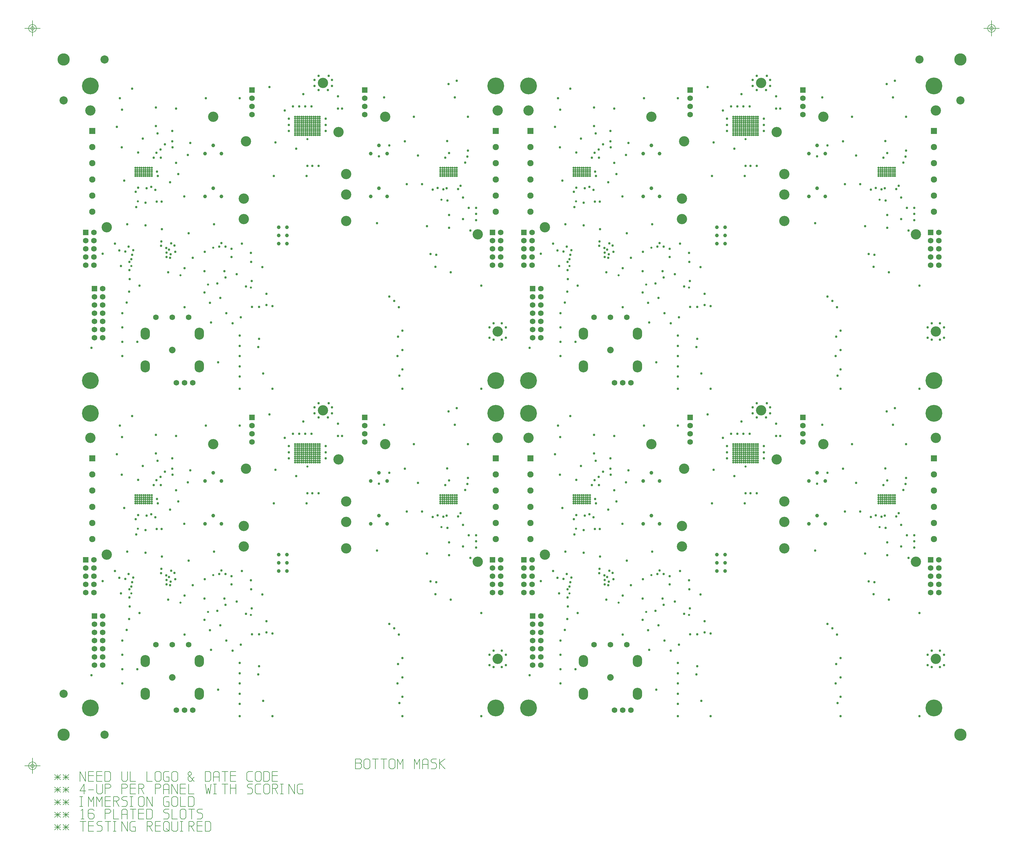
<source format=gbr>
*%FSLAX24Y24*%
%MOIN*%
%IPPOS*%
%ADD10C,0.2X0.158*%
%ADD11C,0.024*%
%ADD12C,0.063*%
%ADD13R,0.063X0.063*%
%ADD14C,0.07*%
%ADD15R,0.07X0.07*%
%ADD16C,0.12*%
%ADD17R,0.0374X0.0516*%
%ADD18C,0.08*%
%ADD19R,0.0516X0.0374*%
%ADD20R,0.0406X0.0744*%
%ADD21R,0.028X0.0146*%
%ADD22R,0.076X0.0189*%
%ADD23C,0.02*%
%ADD24R,0.0839X0.0303*%
%ADD25R,0.2165X0.1142*%
%ADD26R,0.0158X0.0575*%
%ADD27R,0.026X0.0516*%
%ADD28R,0.1638X0.0835*%
%ADD29O,0.11X0.141*%
%ADD30C,0.062*%
%ADD31R,0.0476X0.0697*%
%ADD32C,0.074X0.066*%
%ADD33R,0.0516X0.026*%
%ADD34R,0.0594X0.0161*%
%ADD35C,0.04*%
%ADD36R,0.0516X0.0161*%
%ADD37R,0.0299X0.0535*%
%ADD38R,0.0535X0.0299*%
%ADD39R,0.0303X0.0362*%
%ADD40R,0.061X0.1382*%
%ADD41R,0.0402X0.0406*%
%ADD42R,0.083X0.079*%
%ADD43R,0.016X0.053*%
%ADD44R,0.063X0.075*%
%ADD45R,0.3555X0.3173*%
%ADD46R,0.0362X0.0697*%
%ADD47C,0.01*%
%ADD48C,0.02*%
%ADD49C,0.03*%
%ADD50C,0.05*%
%ADD51C,0.015*%
%ADD52C,0.025*%
%ADD53C,0.016*%
%ADD54C,0.018*%
%ADD55C,0.075*%
%ADD56C,0.1*%
%ADD57C,0.007*%
%ADD58C,0.008*%
%ADD59C,0.039*%
%ADD60C,0.22*%
%ADD61C,0.036*%
%AMD62*
1,1,0.09,0.0,0.0*
1,0,0.07,0.0,0.0*
20,0,0.015,0.0337,-0.0337,-0.0337,0.0337,0.0*
20,0,0.015,-0.0337,-0.0337,0.0337,0.0337,0.0*%
%ADD62D62*%
G04:---LTIenv:A062:5,0.09,0.015,0.07,4,45.0 *
%ADD63C,0.04*%
%AMD64*
1,1,0.082,0.0,0.0*
1,0,0.062,0.0,0.0*
20,0,0.015,0.0308,-0.0308,-0.0308,0.0308,0.0*
20,0,0.015,-0.0308,-0.0308,0.0308,0.0308,0.0*%
%ADD64D64*%
G04:---LTIenv:A064:5,0.082,0.015,0.062,4,45.0 *
%ADD65C,0.15*%
%ADD66C,0.05*%
%ADD67R,0.25X0.25*%
%ADD68C,0.1*%
%AMD69*
1,1,0.1,0.0,0.0*
1,0,0.0875,0.0,0.0*
1,1,0.05,0.0,0.0*
1,0,0.0375,0.0,0.0*
20,1,0.0062,0.0,-0.0969,0.0,0.0969,0.0*
20,1,0.0062,-0.0969,0.0,0.0969,0.0,0.0*%
%ADD69D69*%
G04:---LTIenv:A069:6,0.2,6 *
%ADD100C,0.04*%
%ADD101C,0.062*%
%ADD104C,0.02*%
%ADD105C,0.01*%
%ADD106C,0.02*%
%ADD107C,0.03*%
%ADD108C,0.05*%
%ADD109C,0.1*%
%ADD110C,0.026*%
%ADD117C,0.026*%
%ADD118R,0.042X0.076*%
%ADD119R,0.362X0.323*%
%ADD120C,0.08*%
%ADD121C,0.056*%
%ADD122C,0.085*%
%ADD123C,0.078*%
%ADD124C,0.094*%
%AMD125*
1,1,0.084,0.0,0.0*
1,0,0.064,0.0,0.0*
20,0,0.015,0.0315,-0.0315,-0.0315,0.0315,0.0*
20,0,0.015,-0.0315,-0.0315,0.0315,0.0315,0.0*%
%ADD125D125*%
G04:---LTIenv:A125:5,0.084,0.015,0.064,4,45.0 *
%ADD126O,0.125X0.154*%
%ADD127R,0.069X0.081*%
%ADD128C,0.135*%
%ADD131C,0.068*%
%ADD132C,0.046*%
%ADD135C,0.126*%
%ADD136R,0.076X0.076*%
%ADD137C,0.076*%
%ADD138R,0.069X0.069*%
%ADD139C,0.069*%
%ADD140C,0.03*%
%ADD141C,0.206*%
%ADD142R,0.02X0.057*%
%ADD143R,0.089X0.085*%
%ADD144R,0.046X0.047*%
%ADD145R,0.067X0.144*%
%ADD146R,0.036X0.042*%
%ADD147R,0.06X0.036*%
%ADD148R,0.036X0.06*%
%ADD149R,0.056X0.02*%
%ADD150C,0.046*%
%ADD151R,0.063X0.02*%
%ADD152R,0.058X0.032*%
%ADD153C,0.08*%
%ADD154R,0.054X0.076*%
%ADD155C,0.068*%
%ADD156O,0.116X0.147*%
%ADD157R,0.17X0.09*%
%ADD158R,0.032X0.058*%
%ADD159R,0.02X0.062*%
%ADD160R,0.223X0.12*%
%ADD161R,0.087X0.0325*%
%ADD162R,0.078X0.02*%
%ADD163R,0.034X0.021*%
%ADD164R,0.047X0.08*%
%ADD165R,0.058X0.043*%
%ADD166C,0.086*%
%ADD167R,0.043X0.058*%
%ADD168C,0.126*%
%ADD169R,0.076X0.076*%
%ADD170C,0.076*%
%ADD171R,0.069X0.069*%
%ADD172C,0.069*%
%ADD173C,0.03*%
%ADD174C,0.206*%
%ADD200C,0.002*%
%ADD901C,0.01*%
G04:---LTIenv:A901:15,0.01,1 *
%ADD902C,0.013*%
G04:---LTIenv:A902:15,0.013,2 *
%ADD903C,0.028*%
G04:---LTIenv:A903:15,0.028,3 *
%ADD904C,0.042*%
G04:---LTIenv:A904:15,0.042,4 *
%ADD905C,0.044*%
G04:---LTIenv:A905:15,0.044,5 *
%ADD906C,0.05*%
G04:---LTIenv:A906:15,0.05,6 *
%ADD907C,0.067*%
G04:---LTIenv:A907:15,0.067,7 *
%ADD908C,0.064*%
G04:---LTIenv:A908:15,0.064,8 *
%ADD909C,0.156*%
G04:---LTIenv:A909:15,0.156,9 *
%ADD910C,0.07*%
G04:---LTIenv:A910:15,0.07,10 *
%ADD911C,0.125*%
G04:---LTIenv:A911:15,0.125,11 *

%LPD*%
D58*X151Y-3615D2*X869Y-4266D1*X151D2*X869Y-3615D1*X151Y-3945D2*X869D1*X510Y-4266D2*Y-3615D1*X1172D2*X1890Y-4266D1*X1172D2*X1890Y-3615D1*X1172Y-3945D2*X1890D1*X1531Y-4266D2*Y-3615D1*X3931Y-3246D2*Y-4446D1*X3241Y-3246*Y-4446*X4271Y-3756D2*X4932D1*Y-3246D2*X4271D1*Y-4446*X4932*X5291Y-3756D2*X5953D1*Y-3246D2*X5291D1*Y-4446*X5953*X6803D2*X6983Y-4266D1*Y-3435*X6803Y-3246*X6293*Y-4446*X6803*X9061Y-3246D2*Y-4266D1*X8882Y-4446*X8523*X8343Y-4266*Y-3246*X10035Y-4446D2*X9383D1*Y-3246*X12076Y-4446D2*X11424D1*Y-3246*X12416Y-3435D2*Y-4266D1*X12595Y-4446*X12954*X13134Y-4266*Y-3435*X12954Y-3246*X12595*X12416Y-3435*X13776Y-3907D2*X14107D1*Y-4446*X13625*X13446Y-4266*Y-3435*X13625Y-3246*X14107*X14457Y-3435D2*Y-4266D1*X14636Y-4446*X14995*X15175Y-4266*Y-3435*X14995Y-3246*X14636*X14457Y-3435*X17169Y-4446D2*X16450Y-3615D1*Y-3435*X16649Y-3246*X16838Y-3435*Y-3615*X16450Y-3907*Y-4266*X16630Y-4446*X16809*X16989Y-4304*Y-4125*X17169Y-3945*X19049Y-4446D2*X19228Y-4266D1*Y-3435*X19049Y-3246*X18539*Y-4446*X19049*X19559Y-3907D2*X20249D1*Y-4446D2*Y-3435D1*X20069Y-3246*X19739*X19559Y-3435*Y-4446*X20957D2*Y-3246D1*X20598D2*X21317D1*X21619Y-3756D2*X22280D1*Y-3246D2*X21619D1*Y-4446*X22280*X24340D2*X23802D1*X23622Y-4266*Y-3435*X23802Y-3246*X24340*X24661Y-3435D2*Y-4266D1*X24841Y-4446*X25200*X25380Y-4266*Y-3435*X25200Y-3246*X24841*X24661Y-3435*X26192Y-4446D2*X26372Y-4266D1*Y-3435*X26192Y-3246*X25682*Y-4446*X26192*X26721Y-3756D2*X27383D1*Y-3246D2*X26721D1*Y-4446*X27383*X151Y-5145D2*X869Y-5797D1*X151D2*X869Y-5145D1*X151Y-5476D2*X869D1*X510Y-5797D2*Y-5145D1*X1172D2*X1890Y-5797D1*X1172D2*X1890Y-5145D1*X1172Y-5476D2*X1890D1*X1531Y-5797D2*Y-5145D1*X3940Y-5618D2*X3250D1*X3761Y-4777*Y-5977*X4271Y-5476D2*X4932D1*X6000Y-4777D2*Y-5797D1*X5820Y-5977*X5461*X5282Y-5797*Y-4777*X6312Y-5287D2*X6822D1*X7002Y-5107*Y-4966*X6822Y-4777*X6312*Y-5977*X8353Y-5287D2*X8863D1*X9043Y-5107*Y-4966*X8863Y-4777*X8353*Y-5977*X9373Y-5287D2*X10035D1*Y-4777D2*X9373D1*Y-5977*X10035*X10706Y-5325D2*X11065Y-5977D1*X10413Y-5325D2*X10885D1*X11065Y-5145*Y-4966*X10885Y-4777*X10413*Y-5977*X12435Y-5287D2*X12945D1*X13124Y-5107*Y-4966*X12945Y-4777*X12435*Y-5977*X13436Y-5438D2*X14126D1*Y-5977D2*Y-4966D1*X13946Y-4777*X13616*X13436Y-4966*Y-5977*X15156Y-4777D2*Y-5977D1*X14466Y-4777*Y-5977*X15496Y-5287D2*X16157D1*Y-4777D2*X15496D1*Y-5977*X16157*X17178D2*X16526D1*Y-4777*X19247D2*X19096Y-5977D1*X18917Y-5259*X18737Y-5977*X18557Y-4777*X19550Y-5977D2*X19909D1*X19729D2*Y-4777D1*X19550D2*X19909D1*X20957Y-5977D2*Y-4777D1*X20598D2*X21317D1*X21600Y-5287D2*X22290D1*Y-5977D2*Y-4777D1*X21600Y-5977D2*Y-4777D1*X23669Y-5977D2*X24151D1*X24331Y-5797*Y-5438*X24151Y-5259*X23849*X23669Y-5079*Y-4966*X23849Y-4777*X24331*X25361Y-5977D2*X24822D1*X24643Y-5797*Y-4966*X24822Y-4777*X25361*X25682Y-4966D2*Y-5797D1*X25861Y-5977*X26220*X26400Y-5797*Y-4966*X26220Y-4777*X25861*X25682Y-4966*X27033Y-5325D2*X27392Y-5977D1*X26740Y-5325D2*X27213D1*X27392Y-5145*Y-4966*X27213Y-4777*X26740*Y-5977*X27713D2*X28072D1*X27893D2*Y-4777D1*X27713D2*X28072D1*X29443D2*Y-5977D1*X28753Y-4777*Y-5977*X30104Y-5438D2*X30435D1*Y-5977*X29953*X29773Y-5797*Y-4966*X29953Y-4777*X30435*X151Y-6676D2*X869Y-7328D1*X151D2*X869Y-6676D1*X151Y-7007D2*X869D1*X510Y-7328D2*Y-6676D1*X1172D2*X1890Y-7328D1*X1172D2*X1890Y-6676D1*X1172Y-7007D2*X1890D1*X1531Y-7328D2*Y-6676D1*X3222Y-7507D2*X3581D1*X3402D2*Y-6307D1*X3222D2*X3581D1*X4932Y-7507D2*Y-6307D1*X4602Y-6969*X4271Y-6307*Y-7507*X5953D2*Y-6307D1*X5622Y-6969*X5291Y-6307*Y-7507*X6312Y-6818D2*X6973D1*Y-6307D2*X6312D1*Y-7507*X6973*X7644Y-6855D2*X8003Y-7507D1*X7351Y-6855D2*X7824D1*X8003Y-6676*Y-6496*X7824Y-6307*X7351*Y-7507*X8362D2*X8844D1*X9024Y-7328*Y-6969*X8844Y-6789*X8542*X8362Y-6610*Y-6496*X8542Y-6307*X9024*X9345Y-7507D2*X9704D1*X9524D2*Y-6307D1*X9345D2*X9704D1*X10375Y-6496D2*Y-7328D1*X10554Y-7507*X10913*X11093Y-7328*Y-6496*X10913Y-6307*X10554*X10375Y-6496*X12094Y-6307D2*Y-7507D1*X11405Y-6307*Y-7507*X13776Y-6969D2*X14107D1*Y-7507*X13625*X13446Y-7328*Y-6496*X13625Y-6307*X14107*X14457Y-6496D2*Y-7328D1*X14636Y-7507*X14995*X15175Y-7328*Y-6496*X14995Y-6307*X14636*X14457Y-6496*X16157Y-7507D2*X15506D1*Y-6307*X17008Y-7507D2*X17187Y-7328D1*Y-6496*X17008Y-6307*X16498*Y-7507*X17008*X151Y-8207D2*X869Y-8859D1*X151D2*X869Y-8207D1*X151Y-8537D2*X869D1*X510Y-8859D2*Y-8207D1*X1172D2*X1890Y-8859D1*X1172D2*X1890Y-8207D1*X1172Y-8537D2*X1890D1*X1531Y-8859D2*Y-8207D1*X3392Y-9038D2*X3751D1*X3572D2*Y-7838D1*X3392Y-8027*X4252Y-8348D2*X4791D1*X4970Y-8537*Y-8859*X4791Y-9038*X4431*X4252Y-8802*Y-8027*X4431Y-7838*X4791*X4970Y-8027*X6312Y-8348D2*X6822D1*X7002Y-8169*Y-8027*X6822Y-7838*X6312*Y-9038*X7994D2*X7342D1*Y-7838*X8334Y-8500D2*X9024D1*Y-9038D2*Y-8027D1*X8844Y-7838*X8513*X8334Y-8027*Y-9038*X9732D2*Y-7838D1*X9373D2*X10091D1*X10394Y-8348D2*X11055D1*Y-7838D2*X10394D1*Y-9038*X11055*X11906D2*X12085Y-8859D1*Y-8027*X11906Y-7838*X11395*Y-9038*X11906*X13465D2*X13946D1*X14126Y-8859*Y-8500*X13946Y-8320*X13644*X13465Y-8140*Y-8027*X13644Y-7838*X14126*X15137Y-9038D2*X14485D1*Y-7838*X15477Y-8027D2*Y-8859D1*X15657Y-9038*X16016*X16195Y-8859*Y-8027*X16016Y-7838*X15657*X15477Y-8027*X16876Y-9038D2*Y-7838D1*X16517D2*X17235D1*X17546Y-9038D2*X18028D1*X18208Y-8859*Y-8500*X18028Y-8320*X17726*X17546Y-8140*Y-8027*X17726Y-7838*X18208*X151Y-9737D2*X869Y-10389D1*X151D2*X869Y-9737D1*X151Y-10068D2*X869D1*X510Y-10389D2*Y-9737D1*X1172D2*X1890Y-10389D1*X1172D2*X1890Y-9737D1*X1172Y-10068D2*X1890D1*X1531Y-10389D2*Y-9737D1*X3609Y-10569D2*Y-9369D1*X3250D2*X3969D1*X4271Y-9879D2*X4932D1*Y-9369D2*X4271D1*Y-10569*X4932*X5301D2*X5783D1*X5962Y-10389*Y-10030*X5783Y-9851*X5480*X5301Y-9671*Y-9558*X5480Y-9369*X5962*X6671Y-10569D2*Y-9369D1*X6312D2*X7030D1*X7304Y-10569D2*X7663D1*X7483D2*Y-9369D1*X7304D2*X7663D1*X9033D2*Y-10569D1*X8343Y-9369*Y-10569*X9694Y-10030D2*X10025D1*Y-10569*X9543*X9364Y-10389*Y-9558*X9543Y-9369*X10025*X11726Y-9917D2*X12085Y-10569D1*X11433Y-9917D2*X11906D1*X12085Y-9737*Y-9558*X11906Y-9369*X11433*Y-10569*X12435Y-9879D2*X13096D1*Y-9369D2*X12435D1*Y-10569*X13096*X13776Y-10210D2*X14135Y-10569D1*X13625Y-9369D2*X13446Y-9558D1*Y-10389*X13625Y-10569*X13956*X14135Y-10389*Y-9558*X13956Y-9369*X13625*X15184D2*Y-10389D1*X15005Y-10569*X14646*X14466Y-10389*Y-9369*X15468Y-10569D2*X15827D1*X15647D2*Y-9369D1*X15468D2*X15827D1*X16828Y-9917D2*X17187Y-10569D1*X16535Y-9917D2*X17008D1*X17187Y-9737*Y-9558*X17008Y-9369*X16535*Y-10569*X17537Y-9879D2*X18198D1*Y-9369D2*X17537D1*Y-10569*X18198*X19049D2*X19228Y-10389D1*Y-9558*X19049Y-9369*X18539*Y-10569*X19049*X36897Y-2225D2*X37435D1*X36897Y-2915D2*X37435D1*X37615Y-2735*Y-2376*X37435Y-2225*X37615Y-2084*Y-1904*X37435Y-1715*X36897*Y-2915*X37927Y-1904D2*Y-2735D1*X38106Y-2915*X38465*X38645Y-2735*Y-1904*X38465Y-1715*X38106*X37927Y-1904*X39325Y-2915D2*Y-1715D1*X38966D2*X39684D1*X40345Y-2915D2*Y-1715D1*X39986D2*X40705D1*X40988Y-1904D2*Y-2735D1*X41167Y-2915*X41527*X41706Y-2735*Y-1904*X41527Y-1715*X41167*X40988Y-1904*X42689Y-2915D2*Y-1715D1*X42358Y-2376*X42027Y-1715*Y-2915*X44730D2*Y-1715D1*X44399Y-2376*X44068Y-1715*Y-2915*X45070Y-2376D2*X45760D1*Y-2915D2*Y-1904D1*X45580Y-1715*X45249*X45070Y-1904*Y-2915*X46119D2*X46601D1*X46780Y-2735*Y-2376*X46601Y-2197*X46298*X46119Y-2017*Y-1904*X46298Y-1715*X46780*X47139Y-2915D2*Y-1715D1*X47801Y-2915D2*X47139Y-2225D1*X47801Y-1715*D65*X110750Y1250D3*Y83750D3*X1250D3*Y1250D3*D68*X110750Y78750D3*X105750Y83750D3*X1250Y78750D3*X6250Y83750D3*X1250Y6250D3*X6250Y1250D3*D69*X-2540Y-2540D3*Y87540D3*X114540D3*D117*X9500Y58500D3*X10327Y66423D3*X10000Y70000D3*Y69750D3*Y69500D3*Y70250D3*X10250Y69750D3*Y70000D3*Y69500D3*Y70250D3*Y70500D3*X10000D3*X11750Y69750D3*X11500D3*X11750Y70000D3*X11500D3*X11750Y69500D3*X11500D3*X11000Y69750D3*X10750D3*X11000Y70000D3*X10750D3*X10500D3*Y69750D3*X11250D3*Y70000D3*X11000Y69500D3*X10750D3*X10500D3*X11250D3*X11000Y70250D3*X10750D3*X10500D3*X11250D3*X12000D3*X11500D3*X11750D3*X12000Y69750D3*Y69500D3*Y70000D3*Y70500D3*X11750D3*X11500D3*X11250D3*X11000D3*X10750D3*X10500D3*X15500Y57375D3*X18875Y56250D3*X19500Y60750D3*X24125Y55875D3*X31522Y74500D3*Y74750D3*Y75000D3*Y75250D3*Y75500D3*Y75750D3*X31272D3*Y75500D3*Y75250D3*Y75000D3*Y74750D3*Y74500D3*X31022D3*Y74750D3*Y75000D3*Y75250D3*Y75500D3*Y75750D3*X30772D3*Y75500D3*Y75250D3*Y75000D3*Y74750D3*Y74500D3*X30522D3*Y74750D3*Y75000D3*Y75250D3*Y75500D3*Y75750D3*X30272D3*Y75500D3*Y75250D3*Y75000D3*Y74750D3*Y74500D3*X30022D3*Y74750D3*Y75000D3*Y75250D3*Y75500D3*Y75750D3*X29772Y74500D3*Y74750D3*Y75000D3*Y75250D3*Y75500D3*Y75750D3*X29522Y74500D3*Y74750D3*Y75000D3*Y75250D3*Y75500D3*Y75750D3*X31000Y74000D3*X29522Y76750D3*X31522Y76500D3*X31272D3*X31022D3*X30772D3*X30522D3*X30272D3*X30022D3*X29772D3*X29522D3*X31522Y76750D3*X31272D3*X31022D3*X30772D3*X30522D3*X30272D3*X29772D3*X30022D3*X31022Y76000D3*X31272D3*X31522D3*Y76250D3*X31272D3*X31022D3*X30772D3*Y76000D3*X30522D3*Y76250D3*X30272D3*Y76000D3*X30022D3*Y76250D3*X29772Y76000D3*Y76250D3*X29522Y76000D3*Y76250D3*X32522Y74500D3*Y74750D3*Y75000D3*Y75250D3*X32272D3*Y75000D3*Y74750D3*Y74500D3*Y75500D3*X32522D3*Y75750D3*X32272D3*X32022Y74500D3*Y74750D3*Y75000D3*Y75250D3*X31772D3*Y75000D3*Y74750D3*Y74500D3*Y75500D3*X32022D3*Y75750D3*X31772D3*X32522Y76500D3*X32272D3*X32522Y76750D3*X32272D3*Y76000D3*X32522D3*Y76250D3*X32272D3*X32022Y76500D3*X31772D3*X32022Y76750D3*X31772D3*Y76000D3*X32022D3*Y76250D3*X31772D3*X47375Y66625D3*X47500Y70250D3*Y69500D3*Y70000D3*Y69750D3*X47250Y70250D3*Y69500D3*Y69750D3*Y70000D3*X47750Y70250D3*Y69500D3*Y69750D3*Y70000D3*X47250Y70500D3*X47500D3*X47750D3*X49000Y70250D3*X48750D3*X49250D3*X48500D3*X48000D3*X48250D3*X48500Y69500D3*X48000D3*X48250D3*X48500Y70000D3*Y69750D3*X48000Y70000D3*X48250D3*X48000Y69750D3*X48250D3*X48750Y69500D3*X49000D3*X49250D3*X48750Y70000D3*X49000D3*X49250D3*X48750Y69750D3*X49000D3*X49250D3*X48000Y70500D3*X48250D3*X48500D3*X48750D3*X49000D3*X49250D3*X63000Y58500D3*X63827Y66423D3*X63500Y70000D3*Y69750D3*Y69500D3*Y70250D3*X63750Y69750D3*Y70000D3*Y69500D3*Y70250D3*Y70500D3*X63500D3*X65250Y69750D3*X65000D3*X65250Y70000D3*X65000D3*X65250Y69500D3*X65000D3*X64500Y69750D3*X64250D3*X64500Y70000D3*X64250D3*X64000D3*Y69750D3*X64750D3*Y70000D3*X64500Y69500D3*X64250D3*X64000D3*X64750D3*X64500Y70250D3*X64250D3*X64000D3*X64750D3*X65500D3*X65000D3*X65250D3*X65500Y69750D3*Y69500D3*Y70000D3*Y70500D3*X65250D3*X65000D3*X64750D3*X64500D3*X64250D3*X64000D3*X69000Y57375D3*X72375Y56250D3*X73000Y60750D3*X77625Y55875D3*X85022Y74500D3*Y74750D3*Y75000D3*Y75250D3*Y75500D3*Y75750D3*X84772D3*Y75500D3*Y75250D3*Y75000D3*Y74750D3*Y74500D3*X84522D3*Y74750D3*Y75000D3*Y75250D3*Y75500D3*Y75750D3*X84272D3*Y75500D3*Y75250D3*Y75000D3*Y74750D3*Y74500D3*X84022D3*Y74750D3*Y75000D3*Y75250D3*Y75500D3*Y75750D3*X83772D3*Y75500D3*Y75250D3*Y75000D3*Y74750D3*Y74500D3*X83522D3*Y74750D3*Y75000D3*Y75250D3*Y75500D3*Y75750D3*X83272Y74500D3*Y74750D3*Y75000D3*Y75250D3*Y75500D3*Y75750D3*X83022Y74500D3*Y74750D3*Y75000D3*Y75250D3*Y75500D3*Y75750D3*X84500Y74000D3*X83022Y76750D3*X85022Y76500D3*X84772D3*X84522D3*X84272D3*X84022D3*X83772D3*X83522D3*X83272D3*X83022D3*X85022Y76750D3*X84772D3*X84522D3*X84272D3*X84022D3*X83772D3*X83272D3*X83522D3*X84522Y76000D3*X84772D3*X85022D3*Y76250D3*X84772D3*X84522D3*X84272D3*Y76000D3*X84022D3*Y76250D3*X83772D3*Y76000D3*X83522D3*Y76250D3*X83272Y76000D3*Y76250D3*X83022Y76000D3*Y76250D3*X86022Y74500D3*Y74750D3*Y75000D3*Y75250D3*X85772D3*Y75000D3*Y74750D3*Y74500D3*Y75500D3*X86022D3*Y75750D3*X85772D3*X85522Y74500D3*Y74750D3*Y75000D3*Y75250D3*X85272D3*Y75000D3*Y74750D3*Y74500D3*Y75500D3*X85522D3*Y75750D3*X85272D3*X86022Y76500D3*X85772D3*X86022Y76750D3*X85772D3*Y76000D3*X86022D3*Y76250D3*X85772D3*X85522Y76500D3*X85272D3*X85522Y76750D3*X85272D3*Y76000D3*X85522D3*Y76250D3*X85272D3*X100875Y66625D3*X101000Y70250D3*Y69500D3*Y70000D3*Y69750D3*X100750Y70250D3*Y69500D3*Y69750D3*Y70000D3*X101250Y70250D3*Y69500D3*Y69750D3*Y70000D3*X100750Y70500D3*X101000D3*X101250D3*X102500Y70250D3*X102250D3*X102750D3*X102000D3*X101500D3*X101750D3*X102000Y69500D3*X101500D3*X101750D3*X102000Y70000D3*Y69750D3*X101500Y70000D3*X101750D3*X101500Y69750D3*X101750D3*X102250Y69500D3*X102500D3*X102750D3*X102250Y70000D3*X102500D3*X102750D3*X102250Y69750D3*X102500D3*X102750D3*X101500Y70500D3*X101750D3*X102000D3*X102250D3*X102500D3*X102750D3*X63000Y18500D3*X63827Y26423D3*X63500Y30000D3*Y29750D3*Y29500D3*Y30250D3*X63750Y29750D3*Y30000D3*Y29500D3*Y30250D3*Y30500D3*X63500D3*X65250Y29750D3*X65000D3*X65250Y30000D3*X65000D3*X65250Y29500D3*X65000D3*X64500Y29750D3*X64250D3*X64500Y30000D3*X64250D3*X64000D3*Y29750D3*X64750D3*Y30000D3*X64500Y29500D3*X64250D3*X64000D3*X64750D3*X64500Y30250D3*X64250D3*X64000D3*X64750D3*X65500D3*X65000D3*X65250D3*X65500Y29750D3*Y29500D3*Y30000D3*Y30500D3*X65250D3*X65000D3*X64750D3*X64500D3*X64250D3*X64000D3*X69000Y17375D3*X72375Y16250D3*X73000Y20750D3*X77625Y15875D3*X85022Y34500D3*Y34750D3*Y35000D3*Y35250D3*Y35500D3*Y35750D3*X84772D3*Y35500D3*Y35250D3*Y35000D3*Y34750D3*Y34500D3*X84522D3*Y34750D3*Y35000D3*Y35250D3*Y35500D3*Y35750D3*X84272D3*Y35500D3*Y35250D3*Y35000D3*Y34750D3*Y34500D3*X84022D3*Y34750D3*Y35000D3*Y35250D3*Y35500D3*Y35750D3*X83772D3*Y35500D3*Y35250D3*Y35000D3*Y34750D3*Y34500D3*X83522D3*Y34750D3*Y35000D3*Y35250D3*Y35500D3*Y35750D3*X83272Y34500D3*Y34750D3*Y35000D3*Y35250D3*Y35500D3*Y35750D3*X83022Y34500D3*Y34750D3*Y35000D3*Y35250D3*Y35500D3*Y35750D3*X84500Y34000D3*X83022Y36750D3*X85022Y36500D3*X84772D3*X84522D3*X84272D3*X84022D3*X83772D3*X83522D3*X83272D3*X83022D3*X85022Y36750D3*X84772D3*X84522D3*X84272D3*X84022D3*X83772D3*X83272D3*X83522D3*X84522Y36000D3*X84772D3*X85022D3*Y36250D3*X84772D3*X84522D3*X84272D3*Y36000D3*X84022D3*Y36250D3*X83772D3*Y36000D3*X83522D3*Y36250D3*X83272Y36000D3*Y36250D3*X83022Y36000D3*Y36250D3*X86022Y34500D3*Y34750D3*Y35000D3*Y35250D3*X85772D3*Y35000D3*Y34750D3*Y34500D3*Y35500D3*X86022D3*Y35750D3*X85772D3*X85522Y34500D3*Y34750D3*Y35000D3*Y35250D3*X85272D3*Y35000D3*Y34750D3*Y34500D3*Y35500D3*X85522D3*Y35750D3*X85272D3*X86022Y36500D3*X85772D3*X86022Y36750D3*X85772D3*Y36000D3*X86022D3*Y36250D3*X85772D3*X85522Y36500D3*X85272D3*X85522Y36750D3*X85272D3*Y36000D3*X85522D3*Y36250D3*X85272D3*X100875Y26625D3*X101000Y30250D3*Y29500D3*Y30000D3*Y29750D3*X100750Y30250D3*Y29500D3*Y29750D3*Y30000D3*X101250Y30250D3*Y29500D3*Y29750D3*Y30000D3*X100750Y30500D3*X101000D3*X101250D3*X102500Y30250D3*X102250D3*X102750D3*X102000D3*X101500D3*X101750D3*X102000Y29500D3*X101500D3*X101750D3*X102000Y30000D3*Y29750D3*X101500Y30000D3*X101750D3*X101500Y29750D3*X101750D3*X102250Y29500D3*X102500D3*X102750D3*X102250Y30000D3*X102500D3*X102750D3*X102250Y29750D3*X102500D3*X102750D3*X101500Y30500D3*X101750D3*X102000D3*X102250D3*X102500D3*X102750D3*X9500Y18500D3*X10327Y26423D3*X10000Y30000D3*Y29750D3*Y29500D3*Y30250D3*X10250Y29750D3*Y30000D3*Y29500D3*Y30250D3*Y30500D3*X10000D3*X11750Y29750D3*X11500D3*X11750Y30000D3*X11500D3*X11750Y29500D3*X11500D3*X11000Y29750D3*X10750D3*X11000Y30000D3*X10750D3*X10500D3*Y29750D3*X11250D3*Y30000D3*X11000Y29500D3*X10750D3*X10500D3*X11250D3*X11000Y30250D3*X10750D3*X10500D3*X11250D3*X12000D3*X11500D3*X11750D3*X12000Y29750D3*Y29500D3*Y30000D3*Y30500D3*X11750D3*X11500D3*X11250D3*X11000D3*X10750D3*X10500D3*X15500Y17375D3*X18875Y16250D3*X19500Y20750D3*X24125Y15875D3*X31522Y34500D3*Y34750D3*Y35000D3*Y35250D3*Y35500D3*Y35750D3*X31272D3*Y35500D3*Y35250D3*Y35000D3*Y34750D3*Y34500D3*X31022D3*Y34750D3*Y35000D3*Y35250D3*Y35500D3*Y35750D3*X30772D3*Y35500D3*Y35250D3*Y35000D3*Y34750D3*Y34500D3*X30522D3*Y34750D3*Y35000D3*Y35250D3*Y35500D3*Y35750D3*X30272D3*Y35500D3*Y35250D3*Y35000D3*Y34750D3*Y34500D3*X30022D3*Y34750D3*Y35000D3*Y35250D3*Y35500D3*Y35750D3*X29772Y34500D3*Y34750D3*Y35000D3*Y35250D3*Y35500D3*Y35750D3*X29522Y34500D3*Y34750D3*Y35000D3*Y35250D3*Y35500D3*Y35750D3*X31000Y34000D3*X29522Y36750D3*X31522Y36500D3*X31272D3*X31022D3*X30772D3*X30522D3*X30272D3*X30022D3*X29772D3*X29522D3*X31522Y36750D3*X31272D3*X31022D3*X30772D3*X30522D3*X30272D3*X29772D3*X30022D3*X31022Y36000D3*X31272D3*X31522D3*Y36250D3*X31272D3*X31022D3*X30772D3*Y36000D3*X30522D3*Y36250D3*X30272D3*Y36000D3*X30022D3*Y36250D3*X29772Y36000D3*Y36250D3*X29522Y36000D3*Y36250D3*X32522Y34500D3*Y34750D3*Y35000D3*Y35250D3*X32272D3*Y35000D3*Y34750D3*Y34500D3*Y35500D3*X32522D3*Y35750D3*X32272D3*X32022Y34500D3*Y34750D3*Y35000D3*Y35250D3*X31772D3*Y35000D3*Y34750D3*Y34500D3*Y35500D3*X32022D3*Y35750D3*X31772D3*X32522Y36500D3*X32272D3*X32522Y36750D3*X32272D3*Y36000D3*X32522D3*Y36250D3*X32272D3*X32022Y36500D3*X31772D3*X32022Y36750D3*X31772D3*Y36000D3*X32022D3*Y36250D3*X31772D3*X47375Y26625D3*X47500Y30250D3*Y29500D3*Y30000D3*Y29750D3*X47250Y30250D3*Y29500D3*Y29750D3*Y30000D3*X47750Y30250D3*Y29500D3*Y29750D3*Y30000D3*X47250Y30500D3*X47500D3*X47750D3*X49000Y30250D3*X48750D3*X49250D3*X48500D3*X48000D3*X48250D3*X48500Y29500D3*X48000D3*X48250D3*X48500Y30000D3*Y29750D3*X48000Y30000D3*X48250D3*X48000Y29750D3*X48250D3*X48750Y29500D3*X49000D3*X49250D3*X48750Y30000D3*X49000D3*X49250D3*X48750Y29750D3*X49000D3*X49250D3*X48000Y30500D3*X48250D3*X48500D3*X48750D3*X49000D3*X49250D3*D131*X12500Y52250D3*X15000Y44250D3*X14500Y52250D3*X16000Y44250D3*X17000D3*X16500Y52250D3*X66000D3*X68500Y44250D3*X68000Y52250D3*X69500Y44250D3*X70500D3*X70000Y52250D3*X66000Y12250D3*X68500Y4250D3*X68000Y12250D3*X69500Y4250D3*X70500D3*X70000Y12250D3*X12500D3*X15000Y4250D3*X14500Y12250D3*X16000Y4250D3*X17000D3*X16500Y12250D3*D132*X18500Y67000D3*X20500D3*X19500Y68000D3*X18500Y72250D3*X19500Y73250D3*X20500Y72250D3*X28500Y62250D3*Y61250D3*X27500D3*Y62250D3*X28500Y63250D3*X27500D3*X38750Y67000D3*X39750Y68000D3*X38750Y72250D3*X39750Y73250D3*X40750Y67000D3*Y72250D3*X72000Y67000D3*X74000D3*X73000Y68000D3*X72000Y72250D3*X73000Y73250D3*X74000Y72250D3*X82000Y62250D3*Y61250D3*X81000D3*Y62250D3*X82000Y63250D3*X81000D3*X92250Y67000D3*X93250Y68000D3*X92250Y72250D3*X93250Y73250D3*X94250Y67000D3*Y72250D3*X72000Y27000D3*X74000D3*X73000Y28000D3*X72000Y32250D3*X73000Y33250D3*X74000Y32250D3*X82000Y22250D3*Y21250D3*X81000D3*Y22250D3*X82000Y23250D3*X81000D3*X92250Y27000D3*X93250Y28000D3*X92250Y32250D3*X93250Y33250D3*X94250Y27000D3*Y32250D3*X18500Y27000D3*X20500D3*X19500Y28000D3*X18500Y32250D3*X19500Y33250D3*X20500Y32250D3*X28500Y22250D3*Y21250D3*X27500D3*Y22250D3*X28500Y23250D3*X27500D3*X38750Y27000D3*X39750Y28000D3*X38750Y32250D3*X39750Y33250D3*X40750Y27000D3*Y32250D3*D135*X4500Y77500D3*X6500Y63250D3*X19500Y76750D3*X23250Y64250D3*Y66750D3*X23500Y73750D3*X34804Y74895D3*X32929Y80895D3*X35750Y64000D3*Y67250D3*Y69750D3*X40500Y76750D3*X51804Y62395D3*X54250Y50500D3*Y77500D3*X58000D3*X60000Y63250D3*X73000Y76750D3*X76750Y64250D3*Y66750D3*X77000Y73750D3*X88304Y74895D3*X86429Y80895D3*X89250Y64000D3*Y67250D3*Y69750D3*X94000Y76750D3*X105304Y62395D3*X107750Y50500D3*Y77500D3*X58000Y37500D3*X60000Y23250D3*X73000Y36750D3*X76750Y24250D3*Y26750D3*X77000Y33750D3*X88304Y34895D3*X86429Y40895D3*X89250Y24000D3*Y27250D3*Y29750D3*X94000Y36750D3*X105304Y22395D3*X107750Y10500D3*Y37500D3*X4500D3*X6500Y23250D3*X19500Y36750D3*X23250Y24250D3*Y26750D3*X23500Y33750D3*X34804Y34895D3*X32929Y40895D3*X35750Y24000D3*Y27250D3*Y29750D3*X40500Y36750D3*X51804Y22395D3*X54250Y10500D3*Y37500D3*D136*X4750Y75000D3*X54000D3*X58250D3*X107500D3*X58250Y35000D3*X107500D3*X4750D3*X54000D3*D137*X4750Y65158D3*Y67126D3*Y69094D3*Y71063D3*Y73032D3*X54000Y65158D3*Y67126D3*Y69094D3*Y71063D3*Y73032D3*X58250Y65158D3*Y67126D3*Y69094D3*Y71063D3*Y73032D3*X107500Y65158D3*Y67126D3*Y69094D3*Y71063D3*Y73032D3*X58250Y25158D3*Y27126D3*Y29094D3*Y31063D3*Y33032D3*X107500Y25158D3*Y27126D3*Y29094D3*Y31063D3*Y33032D3*X4750Y25158D3*Y27126D3*Y29094D3*Y31063D3*Y33032D3*X54000Y25158D3*Y27126D3*Y29094D3*Y31063D3*Y33032D3*D138*X5000Y55750D3*X3950Y62600D3*X24250Y80000D3*X38000D3*X53600Y62600D3*X58500Y55750D3*X57450Y62600D3*X77750Y80000D3*X91500D3*X107100Y62600D3*X58500Y15750D3*X57450Y22600D3*X77750Y40000D3*X91500D3*X107100Y22600D3*X5000Y15750D3*X3950Y22600D3*X24250Y40000D3*X38000D3*X53600Y22600D3*D139*X5000Y49750D3*Y50750D3*Y51750D3*Y52750D3*Y53750D3*Y54750D3*X4950Y58600D3*X3950D3*X4950Y59600D3*X3950D3*X4950Y60600D3*X3950D3*X4950Y61600D3*X3950D3*X4950Y62600D3*X6000Y49750D3*Y50750D3*Y51750D3*Y52750D3*Y53750D3*Y54750D3*Y55750D3*X24250Y77000D3*Y78000D3*Y79000D3*X38000Y77000D3*Y78000D3*Y79000D3*X54600Y58600D3*X53600D3*X54600Y59600D3*X53600D3*X54600Y60600D3*X53600D3*X54600Y61600D3*X53600D3*X54600Y62600D3*X58500Y49750D3*Y50750D3*Y51750D3*Y52750D3*Y53750D3*Y54750D3*X58450Y58600D3*X57450D3*X58450Y59600D3*X57450D3*X58450Y60600D3*X57450D3*X58450Y61600D3*X57450D3*X58450Y62600D3*X59500Y49750D3*Y50750D3*Y51750D3*Y52750D3*Y53750D3*Y54750D3*Y55750D3*X77750Y77000D3*Y78000D3*Y79000D3*X91500Y77000D3*Y78000D3*Y79000D3*X108100Y58600D3*X107100D3*X108100Y59600D3*X107100D3*X108100Y60600D3*X107100D3*X108100Y61600D3*X107100D3*X108100Y62600D3*X58500Y9750D3*Y10750D3*Y11750D3*Y12750D3*Y13750D3*Y14750D3*X58450Y18600D3*X57450D3*X58450Y19600D3*X57450D3*X58450Y20600D3*X57450D3*X58450Y21600D3*X57450D3*X58450Y22600D3*X59500Y9750D3*Y10750D3*Y11750D3*Y12750D3*Y13750D3*Y14750D3*Y15750D3*X77750Y37000D3*Y38000D3*Y39000D3*X91500Y37000D3*Y38000D3*Y39000D3*X108100Y18600D3*X107100D3*X108100Y19600D3*X107100D3*X108100Y20600D3*X107100D3*X108100Y21600D3*X107100D3*X108100Y22600D3*X5000Y9750D3*Y10750D3*Y11750D3*Y12750D3*Y13750D3*Y14750D3*X4950Y18600D3*X3950D3*X4950Y19600D3*X3950D3*X4950Y20600D3*X3950D3*X4950Y21600D3*X3950D3*X4950Y22600D3*X6000Y9750D3*Y10750D3*Y11750D3*Y12750D3*Y13750D3*Y14750D3*Y15750D3*X24250Y37000D3*Y38000D3*Y39000D3*X38000Y37000D3*Y38000D3*Y39000D3*X54600Y18600D3*X53600D3*X54600Y19600D3*X53600D3*X54600Y20600D3*X53600D3*X54600Y21600D3*X53600D3*X54600Y22600D3*D140*X4659Y48500D3*X7500Y61250D3*X6000Y60000D3*X8409Y47500D3*Y51000D3*Y49250D3*X10250D3*X8409Y52750D3*X8949Y54050D3*X9300Y56920D3*X9250Y55375D3*X9500Y59347D3*X9299Y59000D3*X9280Y58000D3*X8250Y58500D3*X9613Y59887D3*X9169Y60875D3*X8770Y60280D3*X9760Y60460D3*X8051Y60396D3*X9000Y63625D3*X10104Y65720D3*X10057Y67567D3*X8660Y68960D3*X8350Y73000D3*X7750Y75500D3*X8375Y77625D3*X9624Y80191D3*X8125Y79000D3*X10500Y56125D3*X11250Y63470D3*Y66250D3*X12625Y66375D3*X12750Y69500D3*X12436Y67828D3*X11954Y68169D3*X12650Y70050D3*X11384Y68000D3*X10360Y68094D3*X12592Y72362D3*X12250Y71750D3*X10360Y72375D3*X10910Y74090D3*X12500Y75625D3*X12700Y74700D3*X12500Y77875D3*X14250Y59500D3*X13828Y59600D3*X14000Y57750D3*X13770Y60700D3*X14790Y61023D3*X13152Y60972D3*X14380Y61290D3*X14332Y59954D3*X13190Y61512D3*X14880Y60230D3*X13802Y60140D3*X14112Y60511D3*X13250Y63000D3*X13225Y66375D3*X15250Y69750D3*X14260Y68750D3*X14997Y71125D3*X13125Y71750D3*X14552Y73028D3*X13094Y72750D3*X14500Y73750D3*Y75000D3*X13625Y73375D3*X14997Y77750D3*X16000Y53470D3*Y58250D3*X17001Y59500D3*X16520Y62500D3*X15973Y67000D3*X16425Y72075D3*X16700Y73530D3*X20125Y46750D3*X19250Y51625D3*X19125Y54000D3*X20000Y56375D3*X20375Y54625D3*X18463Y55290D3*X20875Y57875D3*X18445D3*X21000Y57125D3*X20500Y61327D3*X18499Y60250D3*X21000Y60875D3*X20250D3*X19625Y63625D3*X18625Y79000D3*X22750Y43500D3*Y46250D3*Y45000D3*Y48750D3*Y47500D3*X21875Y51500D3*X22750Y50000D3*X22875Y52250D3*X21103Y52750D3*X23500Y56025D3*X22375Y57500D3*X21735Y59625D3*X21750Y60600D3*X23000Y61250D3*X22750Y79000D3*X25625Y45375D3*X25000Y48625D3*X25125Y49625D3*X26000Y53750D3*X24250Y53499D3*X25125Y53500D3*X26000Y55125D3*X24210Y56690D3*X24155Y59000D3*X25500Y58375D3*X24125Y60125D3*X26375Y80375D3*X26750Y43500D3*Y53625D3*X26909Y69500D3*X27125Y73625D3*X28750Y75750D3*Y75000D3*X28254Y77500D3*X28750Y76500D3*X30909Y69500D3*X29646Y72833D3*X31625Y70750D3*X31000D3*X31500Y78000D3*X30750D3*X30000D3*X29250D3*X30500Y79500D3*X32375Y70750D3*X33250Y75000D3*Y75750D3*Y76500D3*X32375Y80000D3*X33500D3*X31875Y80500D3*X34000D3*X33625Y81750D3*X32375D3*X31875Y81250D3*X34000D3*X34750Y77750D3*X35266D3*X34750Y79250D3*X39500Y63750D3*X39750Y71900D3*X42250Y45125D3*X42000Y47500D3*X42094Y49875D3*X42170Y53495D3*X41625Y54250D3*X41000Y54781D3*Y73250D3*X40375Y79125D3*X42625Y43500D3*Y45875D3*Y48250D3*Y50625D3*X45000Y68500D3*X43159D3*X44500Y72000D3*X42909Y73750D3*X44000Y76750D3*X46660Y58400D3*X46050Y59970D3*X46750Y59875D3*X45625Y63375D3*X46327Y67848D3*X47610Y67875D3*X46930Y68048D3*X48500Y57750D3*X48309Y63190D3*Y64750D3*X50000Y64250D3*X48125Y66500D3*X50000Y66875D3*X49700Y68310D3*X48000Y68000D3*X49400Y67900D3*X48332Y72315D3*X47866Y71741D3*X50292Y71154D3*X48081Y73783D3*X48250Y80750D3*X49250Y81147D3*X49000Y79125D3*X52250Y43500D3*Y56125D3*X50930Y62840D3*X51625Y64125D3*Y64875D3*X50732Y65625D3*X51625D3*X50625Y72625D3*X50553Y71875D3*X50625Y76750D3*X55250Y49750D3*Y51000D3*X53250D3*Y49750D3*X53750Y49500D3*X54750D3*X53750Y51500D3*X54750D3*X58159Y48500D3*X61000Y61250D3*X59500Y60000D3*X61909Y47500D3*Y51000D3*Y49250D3*X63750D3*X61909Y52750D3*X62449Y54050D3*X62800Y56920D3*X62750Y55375D3*X63000Y59347D3*X62799Y59000D3*X62780Y58000D3*X61750Y58500D3*X63113Y59887D3*X62669Y60875D3*X62270Y60280D3*X63260Y60460D3*X61551Y60396D3*X62500Y63625D3*X63604Y65720D3*X63557Y67567D3*X62160Y68960D3*X61850Y73000D3*X61250Y75500D3*X61875Y77625D3*X63124Y80191D3*X61625Y79000D3*X64000Y56125D3*X64750Y63470D3*Y66250D3*X66125Y66375D3*X66250Y69500D3*X65936Y67828D3*X65454Y68169D3*X66150Y70050D3*X64884Y68000D3*X63860Y68094D3*X66092Y72362D3*X65750Y71750D3*X63860Y72375D3*X64410Y74090D3*X66000Y75625D3*X66200Y74700D3*X66000Y77875D3*X67750Y59500D3*X67328Y59600D3*X67500Y57750D3*X67270Y60700D3*X68290Y61023D3*X66652Y60972D3*X67880Y61290D3*X67832Y59954D3*X66690Y61512D3*X68380Y60230D3*X67302Y60140D3*X67612Y60511D3*X66750Y63000D3*X66725Y66375D3*X68750Y69750D3*X67760Y68750D3*X68497Y71125D3*X66625Y71750D3*X68052Y73028D3*X66594Y72750D3*X68000Y73750D3*Y75000D3*X67125Y73375D3*X68497Y77750D3*X69500Y53470D3*Y58250D3*X70501Y59500D3*X70020Y62500D3*X69473Y67000D3*X69925Y72075D3*X70200Y73530D3*X73625Y46750D3*X72750Y51625D3*X72625Y54000D3*X73500Y56375D3*X73875Y54625D3*X71963Y55290D3*X74375Y57875D3*X71945D3*X74500Y57125D3*X74000Y61327D3*X71999Y60250D3*X74500Y60875D3*X73750D3*X73125Y63625D3*X72125Y79000D3*X76250Y43500D3*Y46250D3*Y45000D3*Y48750D3*Y47500D3*X75375Y51500D3*X76250Y50000D3*X76375Y52250D3*X74603Y52750D3*X77000Y56025D3*X75875Y57500D3*X75235Y59625D3*X75250Y60600D3*X76500Y61250D3*X76250Y79000D3*X79125Y45375D3*X78500Y48625D3*X78625Y49625D3*X79500Y53750D3*X77750Y53499D3*X78625Y53500D3*X79500Y55125D3*X77710Y56690D3*X77655Y59000D3*X79000Y58375D3*X77625Y60125D3*X79875Y80375D3*X80250Y43500D3*Y53625D3*X80409Y69500D3*X80625Y73625D3*X82250Y75750D3*Y75000D3*X81754Y77500D3*X82250Y76500D3*X84409Y69500D3*X83146Y72833D3*X85125Y70750D3*X84500D3*X85000Y78000D3*X84250D3*X83500D3*X82750D3*X84000Y79500D3*X85875Y70750D3*X86750Y75000D3*Y75750D3*Y76500D3*X85875Y80000D3*X87000D3*X85375Y80500D3*X87500D3*X87125Y81750D3*X85875D3*X85375Y81250D3*X87500D3*X88250Y77750D3*X88766D3*X88250Y79250D3*X93000Y63750D3*X93250Y71900D3*X95750Y45125D3*X95500Y47500D3*X95594Y49875D3*X95670Y53495D3*X95125Y54250D3*X94500Y54781D3*Y73250D3*X93875Y79125D3*X96125Y43500D3*Y45875D3*Y48250D3*Y50625D3*X98500Y68500D3*X96659D3*X98000Y72000D3*X96409Y73750D3*X97500Y76750D3*X100160Y58400D3*X99550Y59970D3*X100250Y59875D3*X99125Y63375D3*X99827Y67848D3*X101110Y67875D3*X100430Y68048D3*X102000Y57750D3*X101809Y63190D3*Y64750D3*X103500Y64250D3*X101625Y66500D3*X103500Y66875D3*X103200Y68310D3*X101500Y68000D3*X102900Y67900D3*X101832Y72315D3*X101366Y71741D3*X103792Y71154D3*X101581Y73783D3*X101750Y80750D3*X102750Y81147D3*X102500Y79125D3*X105750Y43500D3*Y56125D3*X104430Y62840D3*X105125Y64125D3*Y64875D3*X104232Y65625D3*X105125D3*X104125Y72625D3*X104053Y71875D3*X104125Y76750D3*X108750Y49750D3*Y51000D3*X106750D3*Y49750D3*X107250Y49500D3*X108250D3*X107250Y51500D3*X108250D3*X58159Y8500D3*X61000Y21250D3*X59500Y20000D3*X61909Y7500D3*Y11000D3*Y9250D3*X63750D3*X61909Y12750D3*X62449Y14050D3*X62800Y16920D3*X62750Y15375D3*X63000Y19347D3*X62799Y19000D3*X62780Y18000D3*X61750Y18500D3*X63113Y19887D3*X62669Y20875D3*X62270Y20280D3*X63260Y20460D3*X61551Y20396D3*X62500Y23625D3*X63604Y25720D3*X63557Y27567D3*X62160Y28960D3*X61850Y33000D3*X61250Y35500D3*X61875Y37625D3*X63124Y40191D3*X61625Y39000D3*X64000Y16125D3*X64750Y23470D3*Y26250D3*X66125Y26375D3*X66250Y29500D3*X65936Y27828D3*X65454Y28169D3*X66150Y30050D3*X64884Y28000D3*X63860Y28094D3*X66092Y32362D3*X65750Y31750D3*X63860Y32375D3*X64410Y34090D3*X66000Y35625D3*X66200Y34700D3*X66000Y37875D3*X67750Y19500D3*X67328Y19600D3*X67500Y17750D3*X67270Y20700D3*X68290Y21023D3*X66652Y20972D3*X67880Y21290D3*X67832Y19954D3*X66690Y21512D3*X68380Y20230D3*X67302Y20140D3*X67612Y20511D3*X66750Y23000D3*X66725Y26375D3*X68750Y29750D3*X67760Y28750D3*X68497Y31125D3*X66625Y31750D3*X68052Y33028D3*X66594Y32750D3*X68000Y33750D3*Y35000D3*X67125Y33375D3*X68497Y37750D3*X69500Y13470D3*Y18250D3*X70501Y19500D3*X70020Y22500D3*X69473Y27000D3*X69925Y32075D3*X70200Y33530D3*X73625Y6750D3*X72750Y11625D3*X72625Y14000D3*X73500Y16375D3*X73875Y14625D3*X71963Y15290D3*X74375Y17875D3*X71945D3*X74500Y17125D3*X74000Y21327D3*X71999Y20250D3*X74500Y20875D3*X73750D3*X73125Y23625D3*X72125Y39000D3*X76250Y3500D3*Y6250D3*Y5000D3*Y8750D3*Y7500D3*X75375Y11500D3*X76250Y10000D3*X76375Y12250D3*X74603Y12750D3*X77000Y16025D3*X75875Y17500D3*X75235Y19625D3*X75250Y20600D3*X76500Y21250D3*X76250Y39000D3*X79125Y5375D3*X78500Y8625D3*X78625Y9625D3*X79500Y13750D3*X77750Y13499D3*X78625Y13500D3*X79500Y15125D3*X77710Y16690D3*X77655Y19000D3*X79000Y18375D3*X77625Y20125D3*X79875Y40375D3*X80250Y3500D3*Y13625D3*X80409Y29500D3*X80625Y33625D3*X82250Y35750D3*Y35000D3*X81754Y37500D3*X82250Y36500D3*X84409Y29500D3*X83146Y32833D3*X85125Y30750D3*X84500D3*X85000Y38000D3*X84250D3*X83500D3*X82750D3*X84000Y39500D3*X85875Y30750D3*X86750Y35000D3*Y35750D3*Y36500D3*X85875Y40000D3*X87000D3*X85375Y40500D3*X87500D3*X87125Y41750D3*X85875D3*X85375Y41250D3*X87500D3*X88250Y37750D3*X88766D3*X88250Y39250D3*X93000Y23750D3*X93250Y31900D3*X95750Y5125D3*X95500Y7500D3*X95594Y9875D3*X95670Y13495D3*X95125Y14250D3*X94500Y14781D3*Y33250D3*X93875Y39125D3*X96125Y3500D3*Y5875D3*Y8250D3*Y10625D3*X98500Y28500D3*X96659D3*X98000Y32000D3*X96409Y33750D3*X97500Y36750D3*X100160Y18400D3*X99550Y19970D3*X100250Y19875D3*X99125Y23375D3*X99827Y27848D3*X101110Y27875D3*X100430Y28048D3*X102000Y17750D3*X101809Y23190D3*Y24750D3*X103500Y24250D3*X101625Y26500D3*X103500Y26875D3*X103200Y28310D3*X101500Y28000D3*X102900Y27900D3*X101832Y32315D3*X101366Y31741D3*X103792Y31154D3*X101581Y33783D3*X101750Y40750D3*X102750Y41147D3*X102500Y39125D3*X105750Y3500D3*Y16125D3*X104430Y22840D3*X105125Y24125D3*Y24875D3*X104232Y25625D3*X105125D3*X104125Y32625D3*X104053Y31875D3*X104125Y36750D3*X108750Y9750D3*Y11000D3*X106750D3*Y9750D3*X107250Y9500D3*X108250D3*X107250Y11500D3*X108250D3*X4659Y8500D3*X7500Y21250D3*X6000Y20000D3*X8409Y7500D3*Y11000D3*Y9250D3*X10250D3*X8409Y12750D3*X8949Y14050D3*X9300Y16920D3*X9250Y15375D3*X9500Y19347D3*X9299Y19000D3*X9280Y18000D3*X8250Y18500D3*X9613Y19887D3*X9169Y20875D3*X8770Y20280D3*X9760Y20460D3*X8051Y20396D3*X9000Y23625D3*X10104Y25720D3*X10057Y27567D3*X8660Y28960D3*X8350Y33000D3*X7750Y35500D3*X8375Y37625D3*X9624Y40191D3*X8125Y39000D3*X10500Y16125D3*X11250Y23470D3*Y26250D3*X12625Y26375D3*X12750Y29500D3*X12436Y27828D3*X11954Y28169D3*X12650Y30050D3*X11384Y28000D3*X10360Y28094D3*X12592Y32362D3*X12250Y31750D3*X10360Y32375D3*X10910Y34090D3*X12500Y35625D3*X12700Y34700D3*X12500Y37875D3*X14250Y19500D3*X13828Y19600D3*X14000Y17750D3*X13770Y20700D3*X14790Y21023D3*X13152Y20972D3*X14380Y21290D3*X14332Y19954D3*X13190Y21512D3*X14880Y20230D3*X13802Y20140D3*X14112Y20511D3*X13250Y23000D3*X13225Y26375D3*X15250Y29750D3*X14260Y28750D3*X14997Y31125D3*X13125Y31750D3*X14552Y33028D3*X13094Y32750D3*X14500Y33750D3*Y35000D3*X13625Y33375D3*X14997Y37750D3*X16000Y13470D3*Y18250D3*X17001Y19500D3*X16520Y22500D3*X15973Y27000D3*X16425Y32075D3*X16700Y33530D3*X20125Y6750D3*X19250Y11625D3*X19125Y14000D3*X20000Y16375D3*X20375Y14625D3*X18463Y15290D3*X20875Y17875D3*X18445D3*X21000Y17125D3*X20500Y21327D3*X18499Y20250D3*X21000Y20875D3*X20250D3*X19625Y23625D3*X18625Y39000D3*X22750Y3500D3*Y6250D3*Y5000D3*Y8750D3*Y7500D3*X21875Y11500D3*X22750Y10000D3*X22875Y12250D3*X21103Y12750D3*X23500Y16025D3*X22375Y17500D3*X21735Y19625D3*X21750Y20600D3*X23000Y21250D3*X22750Y39000D3*X25625Y5375D3*X25000Y8625D3*X25125Y9625D3*X26000Y13750D3*X24250Y13499D3*X25125Y13500D3*X26000Y15125D3*X24210Y16690D3*X24155Y19000D3*X25500Y18375D3*X24125Y20125D3*X26375Y40375D3*X26750Y3500D3*Y13625D3*X26909Y29500D3*X27125Y33625D3*X28750Y35750D3*Y35000D3*X28254Y37500D3*X28750Y36500D3*X30909Y29500D3*X29646Y32833D3*X31625Y30750D3*X31000D3*X31500Y38000D3*X30750D3*X30000D3*X29250D3*X30500Y39500D3*X32375Y30750D3*X33250Y35000D3*Y35750D3*Y36500D3*X32375Y40000D3*X33500D3*X31875Y40500D3*X34000D3*X33625Y41750D3*X32375D3*X31875Y41250D3*X34000D3*X34750Y37750D3*X35266D3*X34750Y39250D3*X39500Y23750D3*X39750Y31900D3*X42250Y5125D3*X42000Y7500D3*X42094Y9875D3*X42170Y13495D3*X41625Y14250D3*X41000Y14781D3*Y33250D3*X40375Y39125D3*X42625Y3500D3*Y5875D3*Y8250D3*Y10625D3*X45000Y28500D3*X43159D3*X44500Y32000D3*X42909Y33750D3*X44000Y36750D3*X46660Y18400D3*X46050Y19970D3*X46750Y19875D3*X45625Y23375D3*X46327Y27848D3*X47610Y27875D3*X46930Y28048D3*X48500Y17750D3*X48309Y23190D3*Y24750D3*X50000Y24250D3*X48125Y26500D3*X50000Y26875D3*X49700Y28310D3*X48000Y28000D3*X49400Y27900D3*X48332Y32315D3*X47866Y31741D3*X50292Y31154D3*X48081Y33783D3*X48250Y40750D3*X49250Y41147D3*X49000Y39125D3*X52250Y3500D3*Y16125D3*X50930Y22840D3*X51625Y24125D3*Y24875D3*X50732Y25625D3*X51625D3*X50625Y32625D3*X50553Y31875D3*X50625Y36750D3*X55250Y9750D3*Y11000D3*X53250D3*Y9750D3*X53750Y9500D3*X54750D3*X53750Y11500D3*X54750D3*D141*X4500Y44500D3*Y80500D3*X54000Y44500D3*Y80500D3*X58000Y44500D3*Y80500D3*X107500Y44500D3*Y80500D3*X58000Y4500D3*Y40500D3*X107500Y4500D3*Y40500D3*X4500Y4500D3*Y40500D3*X54000Y4500D3*Y40500D3*D153*X14500Y48250D3*X68000D3*Y8250D3*X14500D3*D156*X11200Y46250D3*Y50250D3*X17800Y46250D3*Y50250D3*X64700Y46250D3*Y50250D3*X71300Y46250D3*Y50250D3*X64700Y6250D3*Y10250D3*X71300Y6250D3*Y10250D3*X11200Y6250D3*Y10250D3*X17800Y6250D3*Y10250D3*X0Y0D2*M02*
</source>
